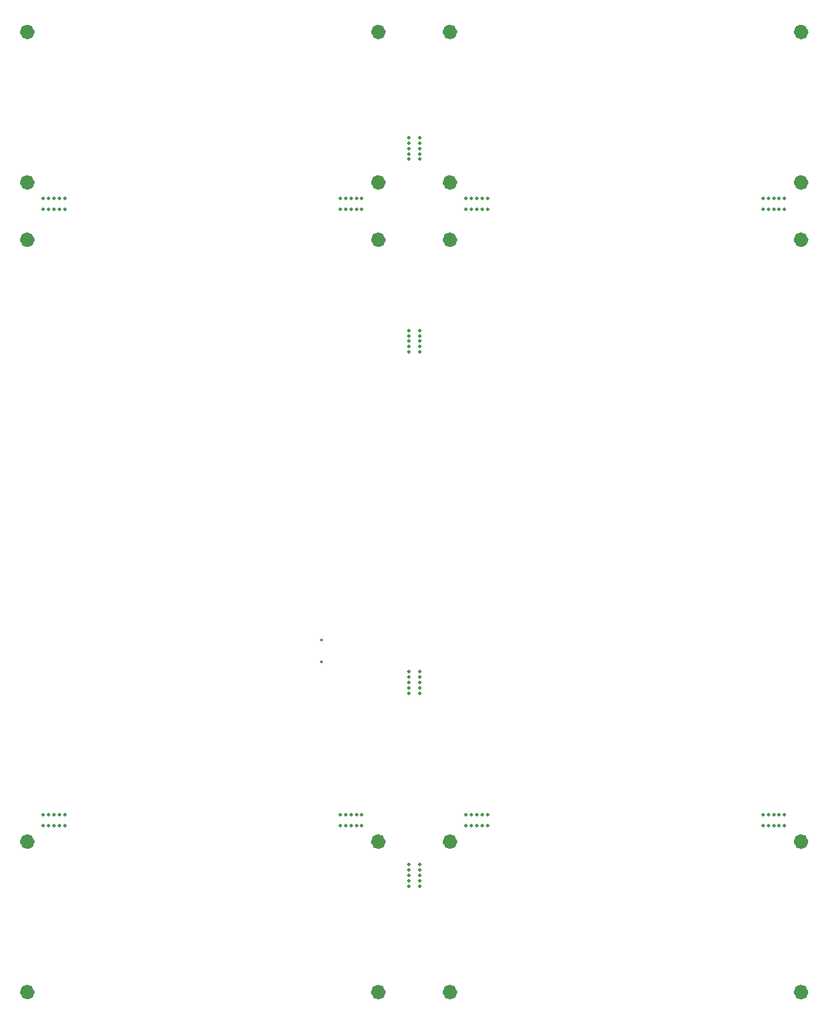
<source format=gbs>
G04 #@! TF.GenerationSoftware,KiCad,Pcbnew,(6.0.7)*
G04 #@! TF.CreationDate,2023-01-11T21:48:03+01:00*
G04 #@! TF.ProjectId,PCBWallet,50434257-616c-46c6-9574-2e6b69636164,rev?*
G04 #@! TF.SameCoordinates,Original*
G04 #@! TF.FileFunction,Soldermask,Bot*
G04 #@! TF.FilePolarity,Negative*
%FSLAX46Y46*%
G04 Gerber Fmt 4.6, Leading zero omitted, Abs format (unit mm)*
G04 Created by KiCad (PCBNEW (6.0.7)) date 2023-01-11 21:48:03*
%MOMM*%
%LPD*%
G01*
G04 APERTURE LIST*
%ADD10C,1.050000*%
%ADD11C,0.500000*%
%ADD12C,0.400000*%
G04 APERTURE END LIST*
D10*
X93325000Y-65000000D02*
G75*
G03*
X93325000Y-65000000I-525000J0D01*
G01*
X142325000Y-65000000D02*
G75*
G03*
X142325000Y-65000000I-525000J0D01*
G01*
X34325000Y-65000000D02*
G75*
G03*
X34325000Y-65000000I-525000J0D01*
G01*
X83325000Y-65000000D02*
G75*
G03*
X83325000Y-65000000I-525000J0D01*
G01*
X93325000Y-170000000D02*
G75*
G03*
X93325000Y-170000000I-525000J0D01*
G01*
X142325000Y-170000000D02*
G75*
G03*
X142325000Y-170000000I-525000J0D01*
G01*
X142325000Y-57000000D02*
G75*
G03*
X142325000Y-57000000I-525000J0D01*
G01*
X83325000Y-36000000D02*
G75*
G03*
X83325000Y-36000000I-525000J0D01*
G01*
X83325000Y-57000000D02*
G75*
G03*
X83325000Y-57000000I-525000J0D01*
G01*
X93325000Y-57000000D02*
G75*
G03*
X93325000Y-57000000I-525000J0D01*
G01*
X83325000Y-170000000D02*
G75*
G03*
X83325000Y-170000000I-525000J0D01*
G01*
X34325000Y-149000000D02*
G75*
G03*
X34325000Y-149000000I-525000J0D01*
G01*
X34325000Y-36000000D02*
G75*
G03*
X34325000Y-36000000I-525000J0D01*
G01*
X34325000Y-57000000D02*
G75*
G03*
X34325000Y-57000000I-525000J0D01*
G01*
X83325000Y-149000000D02*
G75*
G03*
X83325000Y-149000000I-525000J0D01*
G01*
X142325000Y-149000000D02*
G75*
G03*
X142325000Y-149000000I-525000J0D01*
G01*
X93325000Y-36000000D02*
G75*
G03*
X93325000Y-36000000I-525000J0D01*
G01*
X142325000Y-36000000D02*
G75*
G03*
X142325000Y-36000000I-525000J0D01*
G01*
X93325000Y-149000000D02*
G75*
G03*
X93325000Y-149000000I-525000J0D01*
G01*
X34325000Y-170000000D02*
G75*
G03*
X34325000Y-170000000I-525000J0D01*
G01*
D11*
X87051248Y-78400062D03*
X88551248Y-79150062D03*
X87051248Y-80650062D03*
X87051248Y-77650062D03*
X88551248Y-78400062D03*
X88551248Y-79900062D03*
X87051248Y-79150062D03*
X87051248Y-79900062D03*
X88551248Y-80650062D03*
X88551248Y-77650062D03*
X87051248Y-51500062D03*
X88551248Y-52250062D03*
X87051248Y-53750062D03*
X87051248Y-50750062D03*
X88551248Y-51500062D03*
X88551248Y-53000062D03*
X87051248Y-52250062D03*
X87051248Y-53000062D03*
X88551248Y-53750062D03*
X88551248Y-50750062D03*
X88550000Y-127550000D03*
X87050000Y-126800000D03*
X88550000Y-125300000D03*
X88550000Y-128300000D03*
X87050000Y-127550000D03*
X87050000Y-126050000D03*
X88550000Y-126800000D03*
X88550000Y-126050000D03*
X87050000Y-125300000D03*
X87050000Y-128300000D03*
X88550000Y-154450000D03*
X87050000Y-153700000D03*
X88550000Y-152200000D03*
X88550000Y-155200000D03*
X87050000Y-154450000D03*
X87050000Y-152950000D03*
X88550000Y-153700000D03*
X88550000Y-152950000D03*
X87050000Y-152200000D03*
X87050000Y-155200000D03*
X137250000Y-146750000D03*
X138000000Y-145250000D03*
X139500000Y-146750000D03*
X136500000Y-146750000D03*
X137250000Y-145250000D03*
X138750000Y-145250000D03*
X138000000Y-146750000D03*
X138750000Y-146750000D03*
X139500000Y-145250000D03*
X136500000Y-145250000D03*
X95800000Y-146750000D03*
X96550000Y-145250000D03*
X98050000Y-146750000D03*
X95050000Y-146750000D03*
X95800000Y-145250000D03*
X97300000Y-145250000D03*
X96550000Y-146750000D03*
X97300000Y-146750000D03*
X98050000Y-145250000D03*
X95050000Y-145250000D03*
X137250000Y-60750000D03*
X138000000Y-59250000D03*
X139500000Y-60750000D03*
X136500000Y-60750000D03*
X137250000Y-59250000D03*
X138750000Y-59250000D03*
X138000000Y-60750000D03*
X138750000Y-60750000D03*
X139500000Y-59250000D03*
X136500000Y-59250000D03*
X95800000Y-60750000D03*
X96550000Y-59250000D03*
X98050000Y-60750000D03*
X95050000Y-60750000D03*
X95800000Y-59250000D03*
X97300000Y-59250000D03*
X96550000Y-60750000D03*
X97300000Y-60750000D03*
X98050000Y-59250000D03*
X95050000Y-59250000D03*
X77500000Y-59250000D03*
X80500000Y-59250000D03*
X79750000Y-60750000D03*
X79000000Y-60750000D03*
X79750000Y-59250000D03*
X78250000Y-59250000D03*
X77500000Y-60750000D03*
X80500000Y-60750000D03*
X79000000Y-59250000D03*
X78250000Y-60750000D03*
X36050000Y-59250000D03*
X39050000Y-59250000D03*
X38300000Y-60750000D03*
X37550000Y-60750000D03*
X38300000Y-59250000D03*
X36800000Y-59250000D03*
X36050000Y-60750000D03*
X39050000Y-60750000D03*
X37550000Y-59250000D03*
X36800000Y-60750000D03*
X78250000Y-146750000D03*
X79000000Y-145250000D03*
X80500000Y-146750000D03*
X77500000Y-146750000D03*
X78250000Y-145250000D03*
X79750000Y-145250000D03*
X79000000Y-146750000D03*
X79750000Y-146750000D03*
X80500000Y-145250000D03*
X77500000Y-145250000D03*
X36800000Y-146750000D03*
X36800000Y-145250000D03*
X37550000Y-146750000D03*
X37550000Y-145250000D03*
X38300000Y-145250000D03*
X38300000Y-146750000D03*
X39050000Y-145250000D03*
X36050000Y-145250000D03*
X36050000Y-146750000D03*
X39050000Y-146750000D03*
D12*
X74900000Y-120900025D03*
X74900000Y-123900000D03*
M02*

</source>
